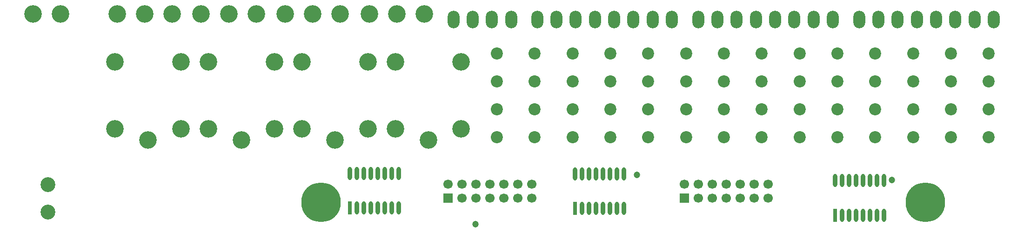
<source format=gbr>
%FSTAX42Y42*%
%MOMM*%
%SFA1B1*%

%IPPOS*%
%ADD27R,0.799998X2.399995*%
%ADD28O,0.799998X2.399995*%
%ADD29C,2.699995*%
%ADD30O,2.199996X3.199994*%
%ADD31C,3.199994*%
%ADD32C,2.199996*%
%ADD33R,1.699997X1.699997*%
%ADD34C,1.699997*%
%ADD35C,7.199986*%
%ADD36C,1.199998*%
%LNpcb_monitoring_bott_back-1*%
%LPD*%
G54D27*
X018357Y000016D03*
X013622Y000137D03*
X009525Y000147D03*
G54D28*
X018484Y000016D03*
X018611D03*
X018738D03*
X018865D03*
X018992D03*
X019119D03*
X019246D03*
X018357Y000646D03*
X018484D03*
X018611D03*
X018738D03*
X018865D03*
X018992D03*
X019119D03*
X019246D03*
X013749Y000137D03*
X013876D03*
X014003D03*
X01413D03*
X014257D03*
X014384D03*
X014511D03*
X013622Y000767D03*
X013749D03*
X013876D03*
X014003D03*
X01413D03*
X014257D03*
X014384D03*
X014511D03*
X009652Y000147D03*
X009779D03*
X009906D03*
X010033D03*
X01016D03*
X010287D03*
X010414D03*
X009525Y000777D03*
X009652D03*
X009779D03*
X009906D03*
X010033D03*
X01016D03*
X010287D03*
X010414D03*
G54D29*
X004029Y000572D03*
Y000072D03*
G54D30*
X012456Y003574D03*
X012106D03*
X011756D03*
X011406D03*
X021239D03*
X020889D03*
X020539D03*
X020189D03*
X019839D03*
X019489D03*
X019139D03*
X018789D03*
X018311D03*
X017961D03*
X017611D03*
X017261D03*
X016911D03*
X016561D03*
X016211D03*
X015861D03*
X015381D03*
X015031D03*
X014681D03*
X014331D03*
X013981D03*
X013631D03*
X013281D03*
X012931D03*
G54D31*
X009849Y002809D03*
X008649D03*
X009249Y001389D03*
X009849Y001589D03*
X008649D03*
X011549Y002809D03*
X010349D03*
X010949Y001389D03*
X011549Y001589D03*
X010349D03*
X010377Y003677D03*
X009877D03*
X010877D03*
X008847D03*
X008347D03*
X009347D03*
X006449Y002809D03*
X005249D03*
X005849Y001389D03*
X006449Y001589D03*
X005249D03*
X008149Y002809D03*
X006949D03*
X007549Y001389D03*
X008149Y001589D03*
X006949D03*
X007317Y003677D03*
X006817D03*
X007817D03*
X005787D03*
X005287D03*
X006287D03*
X004259D03*
X003759D03*
G54D32*
X017018Y001945D03*
Y002453D03*
Y002961D03*
Y001437D03*
X017707Y001945D03*
Y002453D03*
Y002961D03*
Y001437D03*
X020461D03*
Y002961D03*
Y002453D03*
Y001945D03*
X021149Y001437D03*
Y002961D03*
Y002453D03*
Y001945D03*
X019772Y001437D03*
Y002961D03*
Y002453D03*
Y001945D03*
X019084Y001437D03*
Y002961D03*
Y002453D03*
Y001945D03*
X018395Y001437D03*
Y002961D03*
Y002453D03*
Y001945D03*
X01633Y001437D03*
Y002961D03*
Y002453D03*
Y001945D03*
X015641Y001437D03*
Y002961D03*
Y002453D03*
Y001945D03*
X014953Y001437D03*
Y002961D03*
Y002453D03*
Y001945D03*
X014264D03*
Y002453D03*
Y002961D03*
Y001437D03*
X013576Y001945D03*
Y002453D03*
Y002961D03*
Y001437D03*
X012887Y001945D03*
Y002453D03*
Y002961D03*
Y001437D03*
X012199Y001945D03*
Y002453D03*
Y002961D03*
Y001437D03*
G54D33*
X015606Y000324D03*
X011306D03*
G54D34*
X015606Y000578D03*
X01586Y000324D03*
Y000578D03*
X016114Y000324D03*
Y000578D03*
X016368Y000324D03*
Y000578D03*
X016622Y000324D03*
Y000578D03*
X016876D03*
Y000324D03*
X01713Y000578D03*
Y000324D03*
X011306Y000578D03*
X01156Y000324D03*
Y000578D03*
X011814Y000324D03*
Y000578D03*
X012068Y000324D03*
Y000578D03*
X012322Y000324D03*
Y000578D03*
X012576D03*
Y000324D03*
X01283Y000578D03*
Y000324D03*
G54D35*
X019999Y000249D03*
X008999D03*
G54D36*
X011811Y-000147D03*
X019382Y000654D03*
X014749Y000749D03*
M02*
</source>
